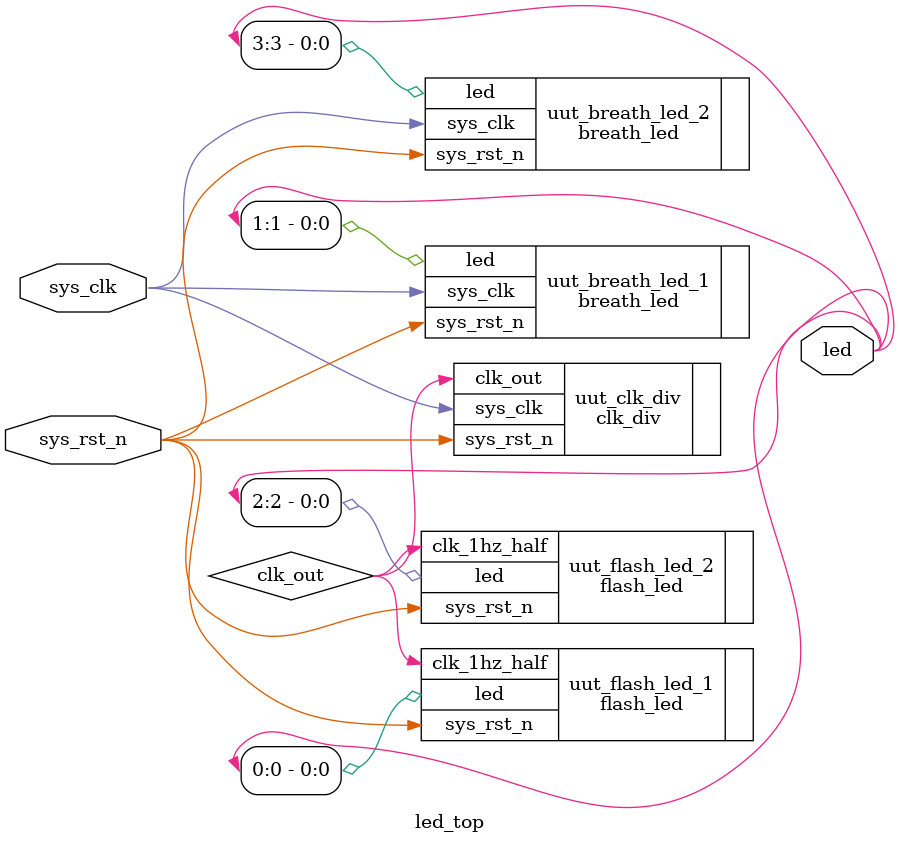
<source format=v>
module led_top (
    input sys_clk,
    input sys_rst_n,
    output [3:0] led
);
    wire clk_out;

    clk_div uut_clk_div (
        .sys_clk(sys_clk),
        .sys_rst_n(sys_rst_n),
        .clk_out(clk_out)
    );

    flash_led uut_flash_led_1 (
        .clk_1hz_half(clk_out),
        .sys_rst_n(sys_rst_n),
        .led(led[0])
    );

    flash_led uut_flash_led_2 (
        .clk_1hz_half(clk_out),
        .sys_rst_n(sys_rst_n),
        .led(led[2])
    );

    breath_led uut_breath_led_1 (
        .sys_clk(sys_clk),
        .sys_rst_n(sys_rst_n),
        .led(led[1])
    );

    breath_led uut_breath_led_2 (
        .sys_clk(sys_clk),
        .sys_rst_n(sys_rst_n),
        .led(led[3])
    );

endmodule
</source>
